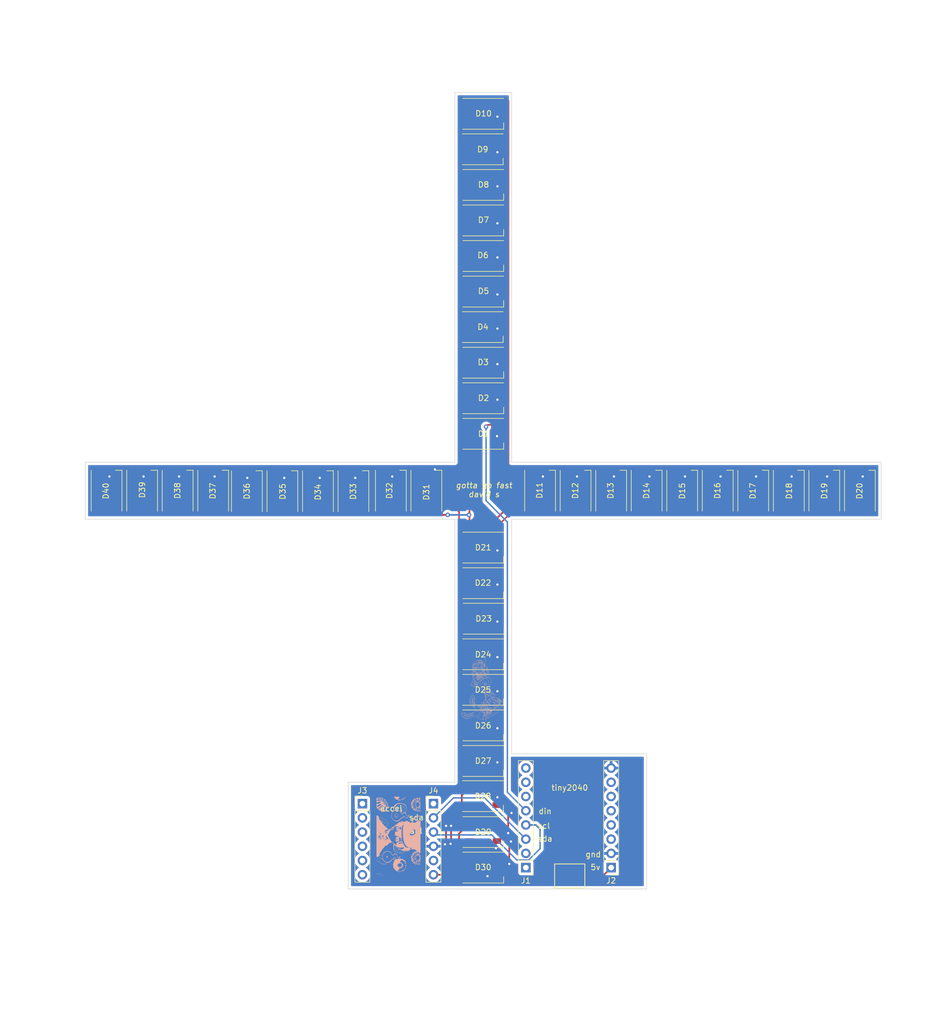
<source format=kicad_pcb>
(kicad_pcb (version 20211014) (generator pcbnew)
  (layers (0 "F.Cu" signal) (31 "B.Cu" signal) (34 "B.Paste" user) (35 "F.Paste" user) (36 "B.SilkS" user "B.Silkscreen") (37 "F.SilkS" user "F.Silkscreen") (38 "B.Mask" user) (39 "F.Mask" user) (44 "Edge.Cuts" user))
  (net 0 "")
  (net 1 "+5V")
  (net 2 "Net-(D1-Pad2)")
  (net 3 "Net-(D2-Pad2)")
  (net 4 "Net-(D3-Pad2)")
  (net 5 "Net-(D4-Pad2)")
  (net 6 "Net-(D5-Pad2)")
  (net 7 "Net-(D6-Pad2)")
  (net 8 "Net-(D7-Pad2)")
  (net 9 "Net-(D8-Pad2)")
  (net 10 "Net-(D10-Pad4)")
  (net 11 "dout1")
  (net 12 "Net-(D11-Pad2)")
  (net 13 "Net-(D12-Pad2)")
  (net 14 "Net-(D13-Pad2)")
  (net 15 "Net-(D14-Pad2)")
  (net 16 "Net-(D15-Pad2)")
  (net 17 "Net-(D16-Pad2)")
  (net 18 "Net-(D17-Pad2)")
  (net 19 "Net-(D18-Pad2)")
  (net 20 "Net-(D19-Pad2)")
  (net 21 "dout2")
  (net 22 "Net-(D21-Pad2)")
  (net 23 "Net-(D22-Pad2)")
  (net 24 "Net-(D23-Pad2)")
  (net 25 "Net-(D24-Pad2)")
  (net 26 "Net-(D25-Pad2)")
  (net 27 "Net-(D26-Pad2)")
  (net 28 "Net-(D27-Pad2)")
  (net 29 "Net-(D28-Pad2)")
  (net 30 "Net-(D29-Pad2)")
  (net 31 "dout3")
  (net 32 "Net-(D31-Pad2)")
  (net 33 "Net-(D32-Pad2)")
  (net 34 "Net-(D33-Pad2)")
  (net 35 "Net-(D34-Pad2)")
  (net 36 "Net-(D35-Pad2)")
  (net 37 "Net-(D36-Pad2)")
  (net 38 "Net-(D37-Pad2)")
  (net 39 "Net-(D38-Pad2)")
  (net 40 "Net-(D39-Pad2)")
  (net 58 "din")
  (net 59 "sda")
  (net 60 "scl")
  (net 61 "GND")
  (net 62 "+3V3")
  (footprint "LED_SMD:LED_WS2812B_PLCC4_5.0x5.0mm_P3.2mm" (layer "F.Cu") (at 151.13 133.35 90)
    (fp_text reference "D38")
    (fp_text value "WS2812B")
  )
  (footprint "LED_SMD:LED_WS2812B_PLCC4_5.0x5.0mm_P3.2mm" (layer "F.Cu") (at 138.43 133.35 90)
    (fp_text reference "D40")
    (fp_text value "WS2812B")
  )
  (footprint "Connector_PinHeader_2.54mm:PinHeader_1x08_P2.54mm_Vertical" (layer "F.Cu") (at 213.36 200.66 180)
    (fp_text reference "J1")
    (fp_text value "Conn_01x08_Female" hide)
  )
  (footprint "LED_SMD:LED_WS2812B_PLCC4_5.0x5.0mm_P3.2mm" (layer "F.Cu") (at 144.78 133.35 90)
    (fp_text reference "D39")
    (fp_text value "WS2812B")
  )
  (footprint "LED_SMD:LED_WS2812B_PLCC4_5.0x5.0mm_P3.2mm" (layer "F.Cu") (at 205.74 162.56)
    (fp_text reference "D24")
    (fp_text value "WS2812B")
  )
  (footprint "LED_SMD:LED_WS2812B_PLCC4_5.0x5.0mm_P3.2mm" (layer "F.Cu") (at 169.85 133.44 90)
    (fp_text reference "D35")
    (fp_text value "WS2812B")
  )
  (footprint "LED_SMD:LED_WS2812B_PLCC4_5.0x5.0mm_P3.2mm" (layer "F.Cu") (at 205.74 200.66)
    (fp_text reference "D30")
    (fp_text value "WS2812B")
  )
  (footprint "Connector_PinHeader_2.54mm:PinHeader_1x06_P2.54mm_Vertical" (layer "F.Cu") (at 184.15 189.23)
    (fp_text reference "J3")
    (fp_text value "Conn_01x06_Female" hide)
  )
  (footprint "LED_SMD:LED_WS2812B_PLCC4_5.0x5.0mm_P3.2mm" (layer "F.Cu") (at 205.74 97.79)
    (fp_text reference "D5")
    (fp_text value "WS2812B")
  )
  (footprint "LED_SMD:LED_WS2812B_PLCC4_5.0x5.0mm_P3.2mm" (layer "F.Cu") (at 247.65 133.35 90)
    (fp_text reference "D16")
    (fp_text value "WS2812B")
  )
  (footprint "LED_SMD:LED_WS2812B_PLCC4_5.0x5.0mm_P3.2mm" (layer "F.Cu") (at 205.74 85.09)
    (fp_text reference "D7")
    (fp_text value "WS2812B")
  )
  (footprint "LED_SMD:LED_WS2812B_PLCC4_5.0x5.0mm_P3.2mm" (layer "F.Cu") (at 205.74 168.91)
    (fp_text reference "D25")
    (fp_text value "WS2812B")
  )
  (footprint "LED_SMD:LED_WS2812B_PLCC4_5.0x5.0mm_P3.2mm" (layer "F.Cu") (at 205.7 187.9)
    (fp_text reference "D28")
    (fp_text value "WS2812B")
  )
  (footprint "LED_SMD:LED_WS2812B_PLCC4_5.0x5.0mm_P3.2mm" (layer "F.Cu") (at 234.95 133.35 90)
    (fp_text reference "D14")
    (fp_text value "WS2812B")
  )
  (footprint "LED_SMD:LED_WS2812B_PLCC4_5.0x5.0mm_P3.2mm" (layer "F.Cu") (at 205.74 110.49)
    (fp_text reference "D3")
    (fp_text value "WS2812B")
  )
  (footprint "LED_SMD:LED_WS2812B_PLCC4_5.0x5.0mm_P3.2mm" (layer "F.Cu") (at 266.7 133.35 90)
    (fp_text reference "D19")
    (fp_text value "WS2812B")
  )
  (footprint "LED_SMD:LED_WS2812B_PLCC4_5.0x5.0mm_P3.2mm" (layer "F.Cu") (at 195.58 133.35 90)
    (fp_text reference "D31")
    (fp_text value "WS2812B")
  )
  (footprint "LED_SMD:LED_WS2812B_PLCC4_5.0x5.0mm_P3.2mm" (layer "F.Cu") (at 241.3 133.35 90)
    (fp_text reference "D15")
    (fp_text value "WS2812B")
  )
  (footprint "LED_SMD:LED_WS2812B_PLCC4_5.0x5.0mm_P3.2mm" (layer "F.Cu") (at 182.55 133.44 90)
    (fp_text reference "D33")
    (fp_text value "WS2812B")
  )
  (footprint "LED_SMD:LED_WS2812B_PLCC4_5.0x5.0mm_P3.2mm" (layer "F.Cu") (at 228.6 133.35 90)
    (fp_text reference "D13")
    (fp_text value "WS2812B")
  )
  (footprint "LED_SMD:LED_WS2812B_PLCC4_5.0x5.0mm_P3.2mm" (layer "F.Cu") (at 163.5 133.44 90)
    (fp_text reference "D36")
    (fp_text value "WS2812B")
  )
  (footprint "LED_SMD:LED_WS2812B_PLCC4_5.0x5.0mm_P3.2mm" (layer "F.Cu") (at 205.74 143.51)
    (fp_text reference "D21")
    (fp_text value "WS2812B")
  )
  (footprint "LED_SMD:LED_WS2812B_PLCC4_5.0x5.0mm_P3.2mm" (layer "F.Cu") (at 205.74 78.74)
    (fp_text reference "D8")
    (fp_text value "WS2812B")
  )
  (footprint "LED_SMD:LED_WS2812B_PLCC4_5.0x5.0mm_P3.2mm" (layer "F.Cu") (at 205.74 149.86)
    (fp_text reference "D22")
    (fp_text value "WS2812B")
  )
  (footprint "LED_SMD:LED_WS2812B_PLCC4_5.0x5.0mm_P3.2mm" (layer "F.Cu") (at 260.35 133.35 90)
    (fp_text reference "D18")
    (fp_text value "WS2812B")
  )
  (footprint "LED_SMD:LED_WS2812B_PLCC4_5.0x5.0mm_P3.2mm" (layer "F.Cu") (at 176.2 133.44 90)
    (fp_text reference "D34")
    (fp_text value "WS2812B")
  )
  (footprint "LED_SMD:LED_WS2812B_PLCC4_5.0x5.0mm_P3.2mm" (layer "F.Cu") (at 205.65 104.14)
    (fp_text reference "D4")
    (fp_text value "WS2812B")
  )
  (footprint "LED_SMD:LED_WS2812B_PLCC4_5.0x5.0mm_P3.2mm" (layer "F.Cu") (at 205.65 72.39)
    (fp_text reference "D9")
    (fp_text value "WS2812B")
  )
  (footprint "Connector_PinHeader_2.54mm:PinHeader_1x06_P2.54mm_Vertical" (layer "F.Cu") (at 196.85 189.23)
    (fp_text reference "J4")
    (fp_text value "Conn_01x06_Female" hide)
  )
  (footprint "LED_SMD:LED_WS2812B_PLCC4_5.0x5.0mm_P3.2mm" (layer "F.Cu") (at 157.48 133.35 90)
    (fp_text reference "D37")
    (fp_text value "WS2812B")
  )
  (footprint "LED_SMD:LED_WS2812B_PLCC4_5.0x5.0mm_P3.2mm" (layer "F.Cu") (at 189.23 133.35 90)
    (fp_text reference "D32")
    (fp_text value "WS2812B")
  )
  (footprint "LED_SMD:LED_WS2812B_PLCC4_5.0x5.0mm_P3.2mm" (layer "F.Cu") (at 205.74 175.26)
    (fp_text reference "D26")
    (fp_text value "WS2812B")
  )
  (footprint "LED_SMD:LED_WS2812B_PLCC4_5.0x5.0mm_P3.2mm" (layer "F.Cu") (at 222.25 133.35 90)
    (fp_text reference "D12")
    (fp_text value "WS2812B")
  )
  (footprint "LED_SMD:LED_WS2812B_PLCC4_5.0x5.0mm_P3.2mm" (layer "F.Cu") (at 205.74 91.44)
    (fp_text reference "D6")
    (fp_text value "WS2812B")
  )
  (footprint "LED_SMD:LED_WS2812B_PLCC4_5.0x5.0mm_P3.2mm" (layer "F.Cu") (at 205.74 123.19)
    (fp_text reference "D1")
    (fp_text value "WS2812B")
  )
  (footprint "LED_SMD:LED_WS2812B_PLCC4_5.0x5.0mm_P3.2mm" (layer "F.Cu") (at 205.74 116.84)
    (fp_text reference "D2")
    (fp_text value "WS2812B")
  )
  (footprint "LED_SMD:LED_WS2812B_PLCC4_5.0x5.0mm_P3.2mm" (layer "F.Cu") (at 254 133.35 90)
    (fp_text reference "D17")
    (fp_text value "WS2812B")
  )
  (footprint "LED_SMD:LED_WS2812B_PLCC4_5.0x5.0mm_P3.2mm" (layer "F.Cu") (at 205.74 66.04)
    (fp_text reference "D10")
    (fp_text value "WS2812B")
  )
  (footprint "LED_SMD:LED_WS2812B_PLCC4_5.0x5.0mm_P3.2mm" (layer "F.Cu") (at 205.74 181.61)
    (fp_text reference "D27")
    (fp_text value "WS2812B")
  )
  (footprint "LED_SMD:LED_WS2812B_PLCC4_5.0x5.0mm_P3.2mm" (layer "F.Cu") (at 205.74 194.31)
    (fp_text reference "D29")
    (fp_text value "WS2812B")
  )
  (footprint "LED_SMD:LED_WS2812B_PLCC4_5.0x5.0mm_P3.2mm" (layer "F.Cu") (at 273.05 133.35 90)
    (fp_text reference "D20")
    (fp_text value "WS2812B")
  )
  (footprint "LED_SMD:LED_WS2812B_PLCC4_5.0x5.0mm_P3.2mm" (layer "F.Cu") (at 205.83 156.21)
    (fp_text reference "D23")
    (fp_text value "WS2812B")
  )
  (footprint "Connector_PinHeader_2.54mm:PinHeader_1x08_P2.54mm_Vertical" (layer "F.Cu") (at 228.6 200.66 180)
    (fp_text reference "J2")
    (fp_text value "Conn_01x08_Female" hide)
  )
  (footprint "LED_SMD:LED_WS2812B_PLCC4_5.0x5.0mm_P3.2mm" (layer "F.Cu") (at 215.9 133.35 90)
    (fp_text reference "D11")
    (fp_text value "WS2812B")
  )
  (footprint "LOGO" (layer "B.Cu") (at 190.6 195 90)
    (fp_text reference "G1" hide)
    (fp_text value "LOGO" hide)
  )
  (footprint "LOGO" (layer "B.Cu") (at 205.74 168.91 180)
    (fp_text reference "G2" hide)
    (fp_text value "LOGO" hide)
  )
  (gr_rect (start 218.5 200) (end 223.9 204.3) (layer "F.SilkS") (width 0.15) (fill none))
  (gr_line (start 276.86 128.27) (end 276.86 138.43) (layer "Edge.Cuts") (width 0.1))
  (gr_line (start 210.82 62.23) (end 210.82 128.27) (layer "Edge.Cuts") (width 0.1))
  (gr_line (start 210.82 128.27) (end 276.86 128.27) (layer "Edge.Cuts") (width 0.1))
  (gr_line (start 200.66 128.27) (end 200.66 62.23) (layer "Edge.Cuts") (width 0.1))
  (gr_line (start 200.66 138.43) (end 134.62 138.43) (layer "Edge.Cuts") (width 0.1))
  (gr_line (start 134.62 138.43) (end 134.62 128.27) (layer "Edge.Cuts") (width 0.1))
  (gr_line (start 181.61 204.47) (end 181.61 185.42) (layer "Edge.Cuts") (width 0.1))
  (gr_line (start 234.95 180.34) (end 234.95 204.47) (layer "Edge.Cuts") (width 0.1))
  (gr_line (start 200.66 180.34) (end 200.66 138.43) (layer "Edge.Cuts") (width 0.1))
  (gr_line (start 200.66 62.23) (end 210.82 62.23) (layer "Edge.Cuts") (width 0.1))
  (gr_line (start 234.95 204.47) (end 200.66 204.47) (layer "Edge.Cuts") (width 0.1))
  (gr_line (start 210.82 180.34) (end 234.95 180.34) (layer "Edge.Cuts") (width 0.1))
  (gr_line (start 200.66 204.47) (end 181.61 204.47) (layer "Edge.Cuts") (width 0.1))
  (gr_line (start 210.82 138.43) (end 210.82 180.34) (layer "Edge.Cuts") (width 0.1))
  (gr_line (start 181.61 185.42) (end 200.66 185.42) (layer "Edge.Cuts") (width 0.1))
  (gr_line (start 134.62 128.27) (end 200.66 128.27) (layer "Edge.Cuts") (width 0.1))
  (gr_line (start 276.86 138.43) (end 210.82 138.43) (layer "Edge.Cuts") (width 0.1))
  (gr_line (start 200.66 185.42) (end 200.66 180.34) (layer "Edge.Cuts") (width 0.1))
  (gr_text "5v" (at 225.8 200.6) (layer "F.SilkS") (effects (font (size 1 1))))
  (gr_text "accel" (at 189.3 190.1) (layer "F.SilkS") (effects (font (size 1 1))))
  (gr_text "din" (at 216.8 190.6) (layer "F.SilkS") (effects (font (size 1 1))))
  (gr_text "gotta go fast\ndavid s" (at 205.9 133.2) (layer "F.SilkS") (effects (font (size 1 1) (thickness 0.15) italic)))
  (gr_text "scl" (at 216.6 193.2) (layer "F.SilkS") (effects (font (size 1 1))))
  (gr_text "sda" (at 193.8 191.7) (layer "F.SilkS") (effects (font (size 1 1))))
  (gr_text "scl" (at 193.8 194.1) (layer "F.SilkS") (effects (font (size 1 1))))
  (gr_text "gnd" (at 225.4 198.3) (layer "F.SilkS") (effects (font (size 1 1))))
  (gr_text "tiny2040" (at 221.2 186.4) (layer "F.SilkS") (effects (font (size 1 1))))
  (gr_text "sda" (at 216.8 195.5) (layer "F.SilkS") (effects (font (size 1 1))))
  (segment (start 214.3 135.8) (end 215.72548 137.22548) (width 0.3) (layer "F.Cu") (net 1))
  (segment (start 246.05 136.05) (end 247.22548 137.22548) (width 0.3) (layer "F.Cu") (net 1))
  (segment (start 203.29 96.19) (end 202.190489 95.090489) (width 0.3) (layer "F.Cu") (net 1))
  (segment (start 202.190489 78.239511) (end 203.29 77.14) (width 0.3) (layer "F.Cu") (net 1))
  (segment (start 265.1 135.8) (end 266.52548 137.22548) (width 0.3) (layer "F.Cu") (net 1))
  (segment (start 246.05 135.8) (end 246.05 136.05) (width 0.3) (layer "F.Cu") (net 1))
  (segment (start 157.28 137.2) (end 155.88 135.8) (width 0.3) (layer "F.Cu") (net 1))
  (segment (start 202.190489 88.740489) (end 202.190489 84.589511) (width 0.3) (layer "F.Cu") (net 1))
  (segment (start 186.13 137.3) (end 182.36 137.3) (width 0.3) (layer "F.Cu") (net 1))
  (segment (start 202.190489 82.390489) (end 202.190489 78.239511) (width 0.3) (layer "F.Cu") (net 1))
  (segment (start 203.29 186.36) (end 202.08 185.15) (width 0.3) (layer "F.Cu") (net 1))
  (segment (start 250.97452 137.22548) (end 252.4 135.8) (width 0.3) (layer "F.Cu") (net 1))
  (segment (start 203.29 141.91) (end 204.546 141.91) (width 0.3) (layer "F.Cu") (net 1))
  (segment (start 204.546 141.91) (end 210.656 135.8) (width 0.3) (layer "F.Cu") (net 1))
  (segment (start 202 143.2) (end 203.29 141.91) (width 0.3) (layer "F.Cu") (net 1))
  (segment (start 225.57452 137.22548) (end 227 135.8) (width 0.3) (layer "F.Cu") (net 1))
  (segment (start 202.2 155.79) (end 203.38 154.61) (width 0.3) (layer "F.Cu") (net 1))
  (segment (start 270.02452 137.22548) (end 271.45 135.8) (width 0.3) (layer "F.Cu") (net 1))
  (segment (start 220.65 135.8) (end 220.65 136.05) (width 0.3) (layer "F.Cu") (net 1))
  (segment (start 202 178.72) (end 202 174.95) (width 0.3) (layer "F.Cu") (net 1))
  (segment (start 227 135.8) (end 227 136.9) (width 0.3) (layer "F.Cu") (net 1))
  (segment (start 202.190489 84.589511) (end 203.29 83.49) (width 0.3) (layer "F.Cu") (net 1))
  (segment (start 150.93 137.2) (end 149.53 135.8) (width 0.3) (layer "F.Cu") (net 1))
  (segment (start 220.65 136.05) (end 221.82548 137.22548) (width 0.3) (layer "F.Cu") (net 1))
  (segment (start 227 136.9) (end 227.32548 137.22548) (width 0.3) (layer "F.Cu") (net 1))
  (segment (start 203.29 167.31) (end 202 166.02) (width 0.3) (layer "F.Cu") (net 1))
  (segment (start 203.29 148.26) (end 202 146.97) (width 0.3) (layer "F.Cu") (net 1))
  (segment (start 169.66 137.3) (end 168.25 135.89) (width 0.3) (layer "F.Cu") (net 1))
  (segment (start 192.48 137.3) (end 193.98 135.8) (width 0.3) (layer "F.Cu") (net 1))
  (segment (start 202 172.37) (end 202 168.6) (width 0.3) (layer "F.Cu") (net 1))
  (segment (start 148.13 137.2) (end 144.58 137.2) (width 0.3) (layer "F.Cu") (net 1))
  (segment (start 144.58 137.2) (end 143.18 135.8) (width 0.3) (layer "F.Cu") (net 1))
  (segment (start 203.29 180.01) (end 202 178.72) (width 0.3) (layer "F.Cu") (net 1))
  (segment (start 202 122.88) (end 203.29 121.59) (width 0.3) (layer "F.Cu") (net 1))
  (segment (start 202 174.95) (end 203.29 173.66) (width 0.3) (layer "F.Cu") (net 1))
  (segment (start 160.59 137.2) (end 157.28 137.2) (width 0.3) (layer "F.Cu") (net 1))
  (segment (start 203.29 199.06) (end 201.422 197.192) (width 0.3) (layer "F.Cu") (net 1))
  (segment (start 226.568 202.692) (end 228.6 200.66) (width 0.3) (layer "F.Cu") (net 1))
  (segment (start 154.48 137.2) (end 150.93 137.2) (width 0.3) (layer "F.Cu") (net 1))
  (segment (start 163.31 137.3) (end 161.9 135.89) (width 0.3) (layer "F.Cu") (net 1))
  (segment (start 259.92548 137.22548) (end 263.67452 137.22548) (width 0.3) (layer "F.Cu") (net 1))
  (segment (start 141.78 137.2) (end 138.23 137.2) (width 0.3) (layer "F.Cu") (net 1))
  (segment (start 258.75 135.8) (end 258.75 136.05) (width 0.3) (layer "F.Cu") (net 1))
  (segment (start 239.7 135.8) (end 241.12548 137.22548) (width 0.3) (layer "F.Cu") (net 1))
  (segment (start 202.190489 120.490489) (end 202.190489 116.339511) (width 0.3) (layer "F.Cu") (net 1))
  (segment (start 203.2 137.668) (end 203.2 137.34) (width 0.3) (layer "F.Cu") (net 1))
  (segment (start 208.582 200.2) (end 211.074 202.692) (width 0.3) (layer "F.Cu") (net 1))
  (segment (start 202 168.6) (end 203.29 167.31) (width 0.3) (layer "F.Cu") (net 1))
  (segment (start 201.91 191.33) (end 201.91 187.74) (width 0.3) (layer "F.Cu") (net 1))
  (segment (start 149.53 135.8) (end 148.13 137.2) (width 0.3) (layer "F.Cu") (net 1))
  (segment (start 203.29 83.49) (end 202.190489 82.390489) (width 0.3) (layer "F.Cu") (net 1))
  (segment (start 203.38 154.61) (end 202 153.23) (width 0.3) (layer "F.Cu") (net 1))
  (segment (start 202.190489 109.989511) (end 203.29 108.89) (width 0.3) (layer "F.Cu") (net 1))
  (segment (start 202 135.198) (end 202 122.88) (width 0.3) (layer "F.Cu") (net 1))
  (segment (start 155.88 135.8) (end 154.48 137.2) (width 0.3) (layer "F.Cu") (net 1))
  (segment (start 219.22452 137.22548) (end 220.65 135.8) (width 0.3) (layer "F.Cu") (net 1))
  (segment (start 199.39 137.668) (end 195.848 137.668) (width 0.3) (layer "F.Cu") (net 1))
  (segment (start 180.95 135.89) (end 179.54 137.3) (width 0.3) (layer "F.Cu") (net 1))
  (segment (start 203.29 141.91) (end 203.29 137.25) (width 0.3) (layer "F.Cu") (net 1))
  (segment (start 202.100489 71.889511) (end 203.2 70.79) (width 0.3) (layer "F.Cu") (net 1))
  (segment (start 234.52548 137.22548) (end 238.27452 137.22548) (width 0.3) (layer "F.Cu") (net 1))
  (segment (start 200.42 201.93) (end 203.29 199.06) (width 0.3) (layer "F.Cu") (net 1))
  (segment (start 202.100489 107.700489) (end 202.100489 103.639511) (width 0.3) (layer "F.Cu") (net 1))
  (segment (start 203.29 108.89) (end 202.100489 107.700489) (width 0.3) (layer "F.Cu") (net 1))
  (segment (start 204.43 200.2) (end 208.582 200.2) (width 0.3) (layer "F.Cu") (net 1))
  (segment (start 196.85 201.93) (end 200.42 201.93) (width 0.3) (layer "F.Cu") (net 1))
  (segment (start 202 162.25) (end 203.29 160.96) (width 0.3) (layer "F.Cu") (net 1))
  (segment (start 215.72548 137.22548) (end 219.22452 137.22548) (width 0.3) (layer "F.Cu") (net 1))
  (segment (start 176.01 137.3) (end 174.6 135.89) (width 0.3) (layer "F.Cu") (net 1))
  (segment (start 138.23 137.2) (end 136.83 135.8) (width 0.3) (layer "F.Cu") (net 1))
  (segment (start 203.29 121.59) (end 202.190489 120.490489) (width 0.3) (layer "F.Cu") (net 1))
  (segment (start 203.29 173.66) (end 202 172.37) (width 0.3) (layer "F.Cu") (net 1))
  (segment (start 201.422 194.578) (end 203.29 192.71) (width 0.3) (layer "F.Cu") (net 1))
  (segment (start 258.75 136.05) (end 259.92548 137.22548) (width 0.3) (layer "F.Cu") (net 1))
  (segment (start 257.32452 137.22548) (end 258.75 135.8) (width 0.3) (layer "F.Cu") (net 1))
  (segment (start 187.63 135.8) (end 189.13 137.3) (width 0.3) (layer "F.Cu") (net 1))
  (segment (start 202.190489 95.090489) (end 202.190489 90.939511) (width 0.3) (layer "F.Cu") (net 1))
  (segment (start 202.190489 114.140489) (end 202.190489 109.989511) (width 0.3) (layer "F.Cu") (net 1))
  (segment (start 202.190489 116.339511) (end 203.29 115.24) (width 0.3) (layer "F.Cu") (net 1))
  (segment (start 231.92452 137.22548) (end 233.35 135.8) (width 0.3) (layer "F.Cu") (net 1))
  (segment (start 233.35 135.8) (end 233.35 136.05) (width 0.3) (layer "F.Cu") (net 1))
  (segment (start 182.36 137.3) (end 180.95 135.89) (width 0.3) (layer "F.Cu") (net 1))
  (segment (start 168.25 135.89) (end 166.84 137.3) (width 0.3) (layer "F.Cu") (net 1))
  (segment (start 202.100489 75.950489) (end 202.100489 71.889511) (width 0.3) (layer "F.Cu") (net 1))
  (segment (start 252.4 135.8) (end 253.82548 137.22548) (width 0.3) (layer "F.Cu") (net 1))
  (segment (start 211.074 202.692) (end 226.568 202.692) (width 0.3) (layer "F.Cu") (net 1))
  (segment (start 203.29 192.71) (end 201.91 191.33) (width 0.3) (layer "F.Cu") (net 1))
  (segment (start 201.422 197.192) (end 201.422 194.578) (width 0.3) (layer "F.Cu") (net 1))
  (segment (start 202.190489 97.289511) (end 203.29 96.19) (width 0.3) (layer "F.Cu") (net 1))
  (segment (start 173.19 137.3) (end 169.66 137.3) (width 0.3) (layer "F.Cu") (net 1))
  (segment (start 203.2 70.79) (end 202.190489 69.780489) (width 0.3) (layer "F.Cu") (net 1))
  (segment (start 227.32548 137.22548) (end 231.92452 137.22548) (width 0.3) (layer "F.Cu") (net 1))
  (segment (start 202.100489 103.639511) (end 203.2 102.54) (width 0.3) (layer "F.Cu") (net 1))
  (segment (start 161.9 135.89) (end 160.59 137.2) (width 0.3) (layer "F.Cu") (net 1))
  (segment (start 179.54 137.3) (end 176.01 137.3) (width 0.3) (layer "F.Cu") (net 1))
  (segment (start 263.67452 137.22548) (end 265.1 135.8) (width 0.3) (layer "F.Cu") (net 1))
  (segment (start 202.190489 90.939511) (end 203.29 89.84) (width 0.3) (layer "F.Cu") (net 1))
  (segment (start 202 166.02) (end 202 162.25) (width 0.3) (layer "F.Cu") (net 1))
  (segment (start 202 149.55) (end 203.29 148.26) (width 0.3) (layer "F.Cu") (net 1))
  (segment (start 203.2 137.34) (end 203.29 137.25) (width 0.3) (layer "F.Cu") (net 1))
  (segment (start 238.27452 137.22548) (end 239.7 135.8) (width 0.3) (layer "F.Cu") (net 1))
  (segment (start 202.190489 65.539511) (end 203.29 64.44) (width 0.3) (layer "F.Cu") (net 1))
  (segment (start 202.08 185.15) (end 202.08 181.22) (width 0.3) (layer "F.Cu") (net 1))
  (segment (start 203.29 136.488) (end 202 135.198) (width 0.3) (layer "F.Cu") (net 1))
  (segment (start 187.63 135.8) (end 186.13 137.3) (width 0.3) (layer "F.Cu") (net 1))
  (segment (start 166.84 137.3) (end 163.31 137.3) (width 0.3) (layer "F.Cu") (net 1))
  (segment (start 253.82548 137.22548) (end 257.32452 137.22548) (width 0.3) (layer "F.Cu") (net 1))
  (segment (start 202.190489 101.530489) (end 202.190489 97.289511) (width 0.3) (layer "F.Cu") (net 1))
  (segment (start 203.29 160.96) (end 202.2 159.87) (width 0.3) (layer "F.Cu") (net 1))
  (segment (start 203.29 199.06) (end 204.43 200.2) (width 0.3) (layer "F.Cu") (net 1))
  (segment (start 203.29 115.24) (end 202.190489 114.140489) (width 0.3) (layer "F.Cu") (net 1))
  (segment (start 174.6 135.89) (end 173.19 137.3) (width 0.3) (layer "F.Cu") (net 1))
  (segment (start 266.52548 137.22548) (end 270.02452 137.22548) (width 0.3) (layer "F.Cu") (net 1))
  (segment (start 203.2 102.54) (end 202.190489 101.530489) (width 0.3) (layer "F.Cu") (net 1))
  (segment (start 202 146.97) (end 202 143.2) (width 0.3) (layer "F.Cu") (net 1))
  (segment (start 195.848 137.668) (end 193.98 135.8) (width 0.3) (layer "F.Cu") (net 1))
  (segment (start 203.29 89.84) (end 202.190489 88.740489) (width 0.3) (layer "F.Cu") (net 1))
  (segment (start 202.08 181.22) (end 203.29 180.01) (width 0.3) (layer "F.Cu") (net 1))
  (segment (start 210.656 135.8) (end 214.3 135.8) (width 0.3) (layer "F.Cu") (net 1))
  (segment (start 203.29 77.14) (end 202.100489 75.950489) (width 0.3) (layer "F.Cu") (net 1))
  (segment (start 221.82548 137.22548) (end 225.57452 137.22548) (width 0.3) (layer "F.Cu") (net 1))
  (segment (start 233.35 136.05) (end 234.52548 137.22548) (width 0.3) (layer "F.Cu") (net 1))
  (segment (start 203.29 137.25) (end 203.29 136.488) (width 0.3) (layer "F.Cu") (net 1))
  (segment (start 202.190489 69.780489) (end 202.190489 65.539511) (width 0.3) (layer "F.Cu") (net 1))
  (segment (start 247.22548 137.22548) (end 250.97452 137.22548) (width 0.3) (layer "F.Cu") (net 1))
  (segment (start 241.12548 137.22548) (end 244.62452 137.22548) (width 0.3) (layer "F.Cu") (net 1))
  (segment (start 143.18 135.8) (end 141.78 137.2) (width 0.3) (layer "F.Cu") (net 1))
  (segment (start 202 153.23) (end 202 149.55) (width 0.3) (layer "F.Cu") (net 1))
  (segment (start 202.2 159.87) (end 202.2 155.79) (width 0.3) (layer "F.Cu") (net 1))
  (segment (start 201.91 187.74) (end 203.29 186.36) (width 0.3) (layer "F.Cu") (net 1))
  (segment (start 189.13 137.3) (end 192.48 137.3) (width 0.3) (layer "F.Cu") (net 1))
  (segment (start 244.62452 137.22548) (end 246.05 135.8) (width 0.3) (layer "F.Cu") (net 1))
  (via (at 199.39 137.668) (size 0.8) (drill 0.4) (layers "F.Cu" "B.Cu") (net 1))
  (via (at 203.2 137.668) (size 0.8) (drill 0.4) (layers "F.Cu" "B.Cu") (net 1))
  (segment (start 203.2 137.668) (end 199.39 137.668) (width 0.3) (layer "B.Cu") (net 1))
  (segment (start 204.5 123.58) (end 204.5 119.2) (width 0.25) (layer "F.Cu") (net 2))
  (segment (start 208.19 115.51) (end 208.19 115.24) (width 0.25) (layer "F.Cu") (net 2))
  (segment (start 204.5 119.2) (end 208.19 115.51) (width 0.25) (layer "F.Cu") (net 2))
  (segment (start 203.29 124.79) (end 204.5 123.58) (width 0.25) (layer "F.Cu") (net 2))
  (segment (start 204.364511 112.715489) (end 208.19 108.89) (width 0.25) (layer "F.Cu") (net 3))
  (segment (start 204.364511 117.365489) (end 204.364511 112.715489) (width 0.25) (layer "F.Cu") (net 3))
  (segment (start 203.29 118.44) (end 204.364511 117.365489) (width 0.25) (layer "F.Cu") (net 3))
  (segment (start 207.025489 108.354511) (end 207.025489 103.614511) (width 0.25) (layer "F.Cu") (net 4))
  (segment (start 207.025489 103.614511) (end 208.1 102.54) (width 0.25) (layer "F.Cu") (net 4))
  (segment (start 203.29 112.09) (end 207.025489 108.354511) (width 0.25) (layer "F.Cu") (net 4))
  (segment (start 207.025489 101.914511) (end 207.025489 97.354511) (width 0.25) (layer "F.Cu") (net 5))
  (segment (start 207.025489 97.354511) (end 208.19 96.19) (width 0.25) (layer "F.Cu") (net 5))
  (segment (start 203.2 105.74) (end 207.025489 101.914511) (width 0.25) (layer "F.Cu") (net 5))
  (segment (start 207.115489 90.914511) (end 208.19 89.84) (width 0.25) (layer "F.Cu") (net 6))
  (segment (start 207.115489 95.564511) (end 207.115489 90.914511) (width 0.25) (layer "F.Cu") (net 6))
  (segment (start 203.29 99.39) (end 207.115489 95.564511) (width 0.25) (layer "F.Cu") (net 6))
  (segment (start 207.115489 84.564511) (end 208.19 83.49) (width 0.25) (layer "F.Cu") (net 7))
  (segment (start 203.29 93.04) (end 203.29 92.29) (width 0.25) (layer "F.Cu") (net 7))
  (segment (start 203.29 92.29) (end 207.115489 88.464511) (width 0.25) (layer "F.Cu") (net 7))
  (segment (start 207.115489 88.464511) (end 207.115489 84.564511) (width 0.25) (layer "F.Cu") (net 7))
  (segment (start 207.115489 78.214511) (end 208.19 77.14) (width 0.25) (layer "F.Cu") (net 8))
  (segment (start 207.115489 82.864511) (end 207.115489 78.214511) (width 0.25) (layer "F.Cu") (net 8))
  (segment (start 203.29 86.69) (end 207.115489 82.864511) (width 0.25) (layer "F.Cu") (net 8))
  (segment (start 203.29 78.904) (end 207.025489 75.168511) (width 0.25) (layer "F.Cu") (net 9))
  (segment (start 207.025489 75.168511) (end 207.025489 71.864511) (width 0.25) (layer "F.Cu") (net 9))
  (segment (start 203.29 80.34) (end 203.29 78.904) (width 0.25) (layer "F.Cu") (net 9))
  (segment (start 207.025489 71.864511) (end 208.1 70.79) (width 0.25) (layer "F.Cu") (net 9))
  (segment (start 207.025489 65.604511) (end 208.19 64.44) (width 0.25) (layer "F.Cu") (net 10))
  (segment (start 207.025489 70.164511) (end 207.025489 65.604511) (width 0.25) (layer "F.Cu") (net 10))
  (segment (start 203.2 73.99) (end 207.025489 70.164511) (width 0.25) (layer "F.Cu") (net 10))
  (segment (start 203.29 67.440978) (end 207.230978 63.5) (width 0.25) (layer "F.Cu") (net 11))
  (segment (start 203.29 67.64) (end 203.29 67.440978) (width 0.25) (layer "F.Cu") (net 11))
  (segment (start 210.274511 130.264511) (end 210.91 130.9) (width 0.25) (layer "F.Cu") (net 11))
  (segment (start 207.230978 63.5) (end 210.058 63.5) (width 0.25) (layer "F.Cu") (net 11))
  (segment (start 210.058 63.5) (end 210.274511 63.716511) (width 0.25) (layer "F.Cu") (net 11))
  (segment (start 210.91 130.9) (end 214.3 130.9) (width 0.25) (layer "F.Cu") (net 11))
  (segment (start 210.274511 63.716511) (end 210.274511 130.264511) (width 0.25) (layer "F.Cu") (net 11))
  (segment (start 217.5 134.05) (end 220.65 130.9) (width 0.25) (layer "F.Cu") (net 12))
  (segment (start 217.5 135.8) (end 217.5 134.05) (width 0.25) (layer "F.Cu") (net 12))
  (segment (start 223.85 134.05) (end 227 130.9) (width 0.25) (layer "F.Cu") (net 13))
  (segment (start 223.85 135.8) (end 223.85 134.05) (width 0.25) (layer "F.Cu") (net 13))
  (segment (start 230.2 134.05) (end 233.35 130.9) (width 0.25) (layer "F.Cu") (net 14))
  (segment (start 230.2 135.8) (end 230.2 134.05) (width 0.25) (layer "F.Cu") (net 14))
  (segment (start 236.55 134.05) (end 239.7 130.9) (width 0.25) (layer "F.Cu") (net 15))
  (segment (start 236.55 135.8) (end 236.55 134.05) (width 0.25) (layer "F.Cu") (net 15))
  (segment (start 242.9 134.05) (end 246.05 130.9) (width 0.25) (layer "F.Cu") (net 16))
  (segment (start 242.9 135.8) (end 242.9 134.05) (width 0.25) (layer "F.Cu") (net 16))
  (segment (start 249.25 134.05) (end 252.4 130.9) (width 0.25) (layer "F.Cu") (net 17))
  (segment (start 249.25 135.8) (end 249.25 134.05) (width 0.25) (layer "F.Cu") (net 17))
  (segment (start 255.6 134.05) (end 258.75 130.9) (width 0.25) (layer "F.Cu") (net 18))
  (segment (start 255.6 135.8) (end 255.6 134.05) (width 0.25) (layer "F.Cu") (net 18))
  (segment (start 261.95 134.05) (end 265.1 130.9) (width 0.25) (layer "F.Cu") (net 19))
  (segment (start 261.95 135.8) (end 261.95 134.05) (width 0.25) (layer "F.Cu") (net 19))
  (segment (start 268.3 134.05) (end 271.45 130.9) (width 0.25) (layer "F.Cu") (net 20))
  (segment (start 268.3 135.8) (end 268.3 134.05) (width 0.25) (layer "F.Cu") (net 20))
  (segment (start 272.75 137.7) (end 210.28 137.7) (width 0.25) (layer "F.Cu") (net 21))
  (segment (start 208.19 139.79) (end 208.19 141.91) (width 0.25) (layer "F.Cu") (net 21))
  (segment (start 210.28 137.7) (end 208.19 139.79) (width 0.25) (layer "F.Cu") (net 21))
  (segment (start 274.65 135.8) (end 272.75 137.7) (width 0.25) (layer "F.Cu") (net 21))
  (segment (start 203.29 145.11) (end 205.04 145.11) (width 0.25) (layer "F.Cu") (net 22))
  (segment (start 205.04 145.11) (end 208.19 148.26) (width 0.25) (layer "F.Cu") (net 22))
  (segment (start 203.29 151.46) (end 205.13 151.46) (width 0.25) (layer "F.Cu") (net 23))
  (segment (start 205.13 151.46) (end 208.28 154.61) (width 0.25) (layer "F.Cu") (net 23))
  (segment (start 205.04 157.81) (end 208.19 160.96) (width 0.25) (layer "F.Cu") (net 24))
  (segment (start 203.38 157.81) (end 205.04 157.81) (width 0.25) (layer "F.Cu") (net 24))
  (segment (start 203.29 164.16) (end 205.04 164.16) (width 0.25) (layer "F.Cu") (net 25))
  (segment (start 205.04 164.16) (end 208.19 167.31) (width 0.25) (layer "F.Cu") (net 25))
  (segment (start 203.29 170.51) (end 205.04 170.51) (width 0.25) (layer "F.Cu") (net 26))
  (segment (start 205.04 170.51) (end 208.19 173.66) (width 0.25) (layer "F.Cu") (net 26))
  (segment (start 205.04 176.86) (end 208.19 180.01) (width 0.25) (layer "F.Cu") (net 27))
  (segment (start 203.29 176.86) (end 205.04 176.86) (width 0.25) (layer "F.Cu") (net 27))
  (segment (start 205.04 183.21) (end 208.19 186.36) (width 0.25) (layer "F.Cu") (net 28))
  (segment (start 203.29 183.21) (end 205.04 183.21) (width 0.25) (layer "F.Cu") (net 28))
  (segment (start 205.04 189.56) (end 208.19 192.71) (width 0.25) (layer "F.Cu") (net 29))
  (segment (start 203.29 189.56) (end 205.04 189.56) (width 0.25) (layer "F.Cu") (net 29))
  (segment (start 205.04 195.91) (end 208.19 199.06) (width 0.25) (layer "F.Cu") (net 30))
  (segment (start 203.29 195.91) (end 205.04 195.91) (width 0.25) (layer "F.Cu") (net 30))
  (segment (start 202.096 203.454) (end 193.548 203.454) (width 0.25) (layer "F.Cu") (net 31))
  (segment (start 192.278 188.976) (end 194.564 186.69) (width 0.25) (layer "F.Cu") (net 31))
  (segment (start 194.564 186.69) (end 200.66 186.69) (width 0.25) (layer "F.Cu") (net 31))
  (segment (start 195.162 130.9) (end 193.98 130.9) (width 0.25) (layer "F.Cu") (net 31))
  (segment (start 200.66 186.69) (end 201.422 185.928) (width 0.25) (layer "F.Cu") (net 31))
  (segment (start 203.29 202.26) (end 202.096 203.454) (width 0.25) (layer "F.Cu") (net 31))
  (segment (start 201.422 185.928) (end 201.422 137.16) (width 0.25) (layer "F.Cu") (net 31))
  (segment (start 192.278 202.184) (end 192.278 188.976) (width 0.25) (layer "F.Cu") (net 31))
  (segment (start 193.548 203.454) (end 192.278 202.184) (width 0.25) (layer "F.Cu") (net 31))
  (segment (start 201.422 137.16) (end 195.162 130.9) (width 0.25) (layer "F.Cu") (net 31))
  (segment (start 193.68 132.3) (end 197.18 135.8) (width 0.25) (layer "F.Cu") (net 32))
  (segment (start 189.03 132.3) (end 193.68 132.3) (width 0.25) (layer "F.Cu") (net 32))
  (segment (start 187.63 130.9) (end 189.03 132.3) (width 0.25) (layer "F.Cu") (net 32))
  (segment (start 187.23 132.2) (end 182.16 132.2) (width 0.25) (layer "F.Cu") (net 33))
  (segment (start 182.16 132.2) (end 180.95 130.99) (width 0.25) (layer "F.Cu") (net 33))
  (segment (start 190.83 135.8) (end 187.23 132.2) (width 0.25) (layer "F.Cu") (net 33))
  (segment (start 175.91 132.3) (end 174.6 130.99) (width 0.25) (layer "F.Cu") (net 34))
  (segment (start 184.15 135.89) (end 180.56 132.3) (width 0.25) (layer "F.Cu") (net 34))
  (segment (start 180.56 132.3) (end 175.91 132.3) (width 0.25) (layer "F.Cu") (net 34))
  (segment (start 177.8 135.89) (end 176.51 134.6) (width 0.25) (layer "F.Cu") (net 35))
  (segment (start 171.86 134.6) (end 168.25 130.99) (width 0.25) (layer "F.Cu") (net 35))
  (segment (start 176.51 134.6) (end 171.86 134.6) (width 0.25) (layer "F.Cu") (net 35))
  (segment (start 171.45 135.89) (end 170.16 134.6) (width 0.25) (layer "F.Cu") (net 36))
  (segment (start 170.16 134.6) (end 165.51 134.6) (width 0.25) (layer "F.Cu") (net 36))
  (segment (start 165.51 134.6) (end 161.9 130.99) (width 0.25) (layer "F.Cu") (net 36))
  (segment (start 159.48 134.5) (end 155.88 130.9) (width 0.25) (layer "F.Cu") (net 37))
  (segment (start 163.71 134.5) (end 159.48 134.5) (width 0.25) (layer "F.Cu") (net 37))
  (segment (start 165.1 135.89) (end 163.71 134.5) (width 0.25) (layer "F.Cu") (net 37))
  (segment (start 158.005489 134.725489) (end 154.025489 134.725489) (width 0.25) (layer "F.Cu") (net 38))
  (segment (start 154.025489 134.725489) (end 150.2 130.9) (width 0.25) (layer "F.Cu") (net 38))
  (segment (start 159.08 135.8) (end 158.005489 134.725489) (width 0.25) (layer "F.Cu") (net 38))
  (segment (start 150.2 130.9) (end 149.53 130.9) (width 0.25) (layer "F.Cu") (net 38))
  (segment (start 151.43 134.5) (end 146.78 134.5) (width 0.25) (layer "F.Cu") (net 39))
  (segment (start 146.78 134.5) (end 143.18 130.9) (width 0.25) (layer "F.Cu") (net 39))
  (segment (start 152.73 135.8) (end 151.43 134.5) (width 0.25) (layer "F.Cu") (net 39))
  (segment (start 146.38 135.8) (end 145.18 134.6) (width 0.25) (layer "F.Cu") (net 40))
  (segment (start 140.53 134.6) (end 136.83 130.9) (width 0.25) (layer "F.Cu") (net 40))
  (segment (start 145.18 134.6) (end 140.53 134.6) (width 0.25) (layer "F.Cu") (net 40))
  (segment (start 206.578 121.59) (end 208.19 121.59) (width 0.25) (layer "F.Cu") (net 58))
  (segment (start 206.248 121.92) (end 206.578 121.59) (width 0.25) (layer "F.Cu") (net 58))
  (via (at 206.248 121.92) (size 0.8) (drill 0.4) (layers "F.Cu" "B.Cu") (net 58))
  (segment (start 210.058 138.938) (end 210.058 187.198) (width 0.25) (layer "B.Cu") (net 58))
  (segment (start 206.248 135.128) (end 210.058 138.938) (width 0.25) (layer "B.Cu") (net 58))
  (segment (start 210.058 187.198) (end 213.36 190.5) (width 0.25) (layer "B.Cu") (net 58))
  (segment (start 206.248 121.92) (end 206.248 135.128) (width 0.25) (layer "B.Cu") (net 58))
  (segment (start 205.994 188.214) (end 213.36 195.58) (width 0.25) (layer "B.Cu") (net 59))
  (segment (start 196.85 191.77) (end 200.406 188.214) (width 0.25) (layer "B.Cu") (net 59))
  (segment (start 200.406 188.214) (end 205.994 188.214) (width 0.25) (layer "B.Cu") (net 59))
  (segment (start 197.358 194.818) (end 207.255386 194.818) (width 0.25) (layer "B.Cu") (net 60))
  (segment (start 215.9 193.802) (end 215.138 193.04) (width 0.3) (layer "B.Cu") (net 60))
  (segment (start 196.85 194.31) (end 197.358 194.818) (width 0.25) (layer "B.Cu") (net 60))
  (segment (start 207.255386 194.818) (end 211.731897 199.294511) (width 0.25) (layer "B.Cu") (net 60))
  (segment (start 211.731897 199.294511) (end 213.881855 199.294511) (width 0.25) (layer "B.Cu") (net 60))
  (segment (start 215.138 193.04) (end 213.36 193.04) (width 0.3) (layer "B.Cu") (net 60))
  (segment (start 215.9 197.276366) (end 215.9 193.802) (width 0.25) (layer "B.Cu") (net 60))
  (segment (start 213.881855 199.294511) (end 215.9 197.276366) (width 0.25) (layer "B.Cu") (net 60))
  (segment (start 208.19 91.784) (end 208.28 91.694) (width 0.3) (layer "F.Cu") (net 61))
  (segment (start 208.19 79.084) (end 208.28 78.994) (width 0.3) (layer "F.Cu") (net 61))
  (segment (start 184.15 130.99) (end 182.954 130.99) (width 0.3) (layer "F.Cu") (net 61))
  (segment (start 208.15 188.23) (end 208.28 188.1) (width 0.3) (layer "F.Cu") (net 61))
  (segment (start 268.3 130.9) (end 267.298 130.9) (width 0.3) (layer "F.Cu") (net 61))
  (segment (start 208.19 145.11) (end 208.19 144.108) (width 0.3) (layer "F.Cu") (net 61))
  (segment (start 208.19 151.46) (end 208.19 150.204) (width 0.3) (layer "F.Cu") (net 61))
  (segment (start 217.5 130.9) (end 216.498 130.9) (width 0.3) (layer "F.Cu") (net 61))
  (segment (start 208.19 183.21) (end 208.19 181.954) (width 0.3) (layer "F.Cu") (net 61))
  (segment (start 152.73 130.9) (end 151.474 130.9) (width 0.3) (layer "F.Cu") (net 61))
  (segment (start 165.1 130.99) (end 163.65 130.99) (width 0.3) (layer "F.Cu") (net 61))
  (segment (start 208.19 93.04) (end 208.19 91.784) (width 0.3) (layer "F.Cu") (net 61))
  (segment (start 210.2 191.5) (end 210.8 190.9) (width 0.3) (layer "F.Cu") (net 61))
  (segment (start 210.7 196) (end 210.4 196.3) (width 0.3) (layer "F.Cu") (net 61))
  (segment (start 210.4 196.3) (end 210.4 200) (width 0.3) (layer "F.Cu") (net 61))
  (segment (start 274.65 130.9) (end 273.648 130.9) (width 0.3) (layer "F.Cu") (net 61))
  (segment (start 200 193.2) (end 200 196.3) (width 0.3) (layer "F.Cu") (net 61))
  (segment (start 208.19 163.158) (end 208.28 163.068) (width 0.3) (layer "F.Cu") (net 61))
  (segment (start 208 197.2) (end 208 196.1) (width 0.3) (layer "F.Cu") (net 61))
  (segment (start 255.6 130.9) (end 254.598 130.9) (width 0.3) (layer "F.Cu") (net 61))
  (segment (start 208.19 86.69) (end 208.19 85.688) (width 0.3) (layer "F.Cu") (net 61))
  (segment (start 208.19 164.16) (end 208.19 163.158) (width 0.3) (layer "F.Cu") (net 61))
  (segment (start 208.1 105.74) (end 208.1 104.574) (width 0.3) (layer "F.Cu") (net 61))
  (segment (start 208.19 118.44) (end 208.19 117.184) (width 0.3) (layer "F.Cu") (net 61))
  (segment (start 208.28 157.81) (end 208.28 156.718) (width 0.3) (layer "F.Cu") (net 61))
  (segment (start 230.2 130.9) (end 229.198 130.9) (width 0.3) (layer "F.Cu") (net 61))
  (segment (start 208.1 73.078) (end 208.28 72.898) (width 0.3) (layer "F.Cu") (net 61))
  (segment (start 208.19 112.09) (end 208.19 110.834) (width 0.3) (layer "F.Cu") (net 61))
  (segment (start 236.55 130.9) (end 235.548 130.9) (width 0.3) (layer "F.Cu") (net 61))
  (segment (start 139.028 130.9) (end 138.938 130.81) (width 0.3) (layer "F.Cu") (net 61))
  (segment (start 208.19 66.638) (end 208.28 66.548) (width 0.3) (layer "F.Cu") (net 61))
  (segment (start 208 196.1) (end 208.19 195.91) (width 0.3) (layer "F.Cu") (net 61))
  (segment (start 248.248 130.9) (end 248.158 130.81) (width 0.3) (layer "F.Cu") (net 61))
  (segment (start 254.598 130.9) (end 254.508 130.81) (width 0.3) (layer "F.Cu") (net 61))
  (segment (start 208.19 176.86) (end 208.19 175.858) (width 0.3) (layer "F.Cu") (net 61))
  (segment (start 223.85 130.9) (end 222.594 130.9) (width 0.3) (layer "F.Cu") (net 61))
  (segment (start 140.03 130.9) (end 139.028 130.9) (width 0.3) (layer "F.Cu") (net 61))
  (segment (start 189.574 130.9) (end 189.484 130.81) (width 0.3) (layer "F.Cu") (net 61))
  (segment (start 170.254 130.99) (end 170.18 131.064) (width 0.3) (layer "F.Cu") (net 61))
  (segment (start 241.898 130.9) (end 241.808 130.81) (width 0.3) (layer "F.Cu") (net 61))
  (segment (start 151.474 130.9) (end 151.384 130.81) (width 0.3) (layer "F.Cu") (net 61))
  (segment (start 171.45 130.99) (end 170.254 130.99) (width 0.3) (layer "F.Cu") (net 61))
  (segment (start 260.948 130.9) (end 260.858 130.81) (width 0.3) (layer "F.Cu") (net 61))
  (segment (start 242.9 130.9) (end 241.898 130.9) (width 0.3) (layer "F.Cu") (net 61))
  (segment (start 273.648 130.9) (end 273.558 130.81) (width 0.3) (layer "F.Cu") (net 61))
  (segment (start 208.19 170.51) (end 208.19 169.254) (width 0.3) (layer "F.Cu") (net 61))
  (segment (start 208.19 169.254) (end 208.28 169.164) (width 0.3) (layer "F.Cu") (net 61))
  (segment (start 208.1 104.574) (end 208.28 104.394) (width 0.3) (layer "F.Cu") (net 61))
  (segment (start 182.954 130.99) (end 182.88 131.064) (width 0.3) (layer "F.Cu") (net 61))
  (segment (start 200 196.3) (end 199.9 196.4) (width 0.3) (layer "F.Cu") (net 61))
  (segment (start 208.19 175.858) (end 208.28 175.768) (width 0.3) (layer "F.Cu") (net 61))
  (segment (start 146.38 130.9) (end 145.124 130.9) (width 0.3) (layer "F.Cu") (net 61))
  (segment (start 208.19 85.688) (end 208.28 85.598) (width 0.3) (layer "F.Cu") (net 61))
  (segment (start 222.594 130.9) (end 222.504 130.81) (width 0.3) (layer "F.Cu") (net 61))
  (segment (start 197.18 129.616) (end 197.104 129.54) (width 0.3) (layer "F.Cu") (net 61))
  (segment (start 190.83 130.9) (end 189.574 130.9) (width 0.3) (layer "F.Cu") (net 61))
  (segment (start 208.19 67.64) (end 208.19 66.638) (width 0.3) (layer "F.Cu") (net 61))
  (segment (start 176.604 130.99) (end 176.53 131.064) (width 0.3) (layer "F.Cu") (net 61))
  (segment (start 159.08 130.9) (end 157.824 130.9) (width 0.3) (layer "F.Cu") (net 61))
  (segment (start 208.19 202.26) (end 206.832 202.26) (width 0.3) (layer "F.Cu") (net 61))
  (segment (start 216.498 130.9) (end 216.408 130.81) (width 0.3) (layer "F.Cu") (net 61))
  (segment (start 163.65 130.99) (end 163.576 131.064) (width 0.3) (layer "F.Cu") (net 61))
  (segment (start 208.19 124.79) (end 208.19 123.61) (width 0.3) (layer "F.Cu") (net 61))
  (segment (start 208.19 144.108) (end 208.28 144.018) (width 0.3) (layer "F.Cu") (net 61))
  (segment (start 208.1 73.99) (end 208.1 73.078) (width 0.3) (layer "F.Cu") (net 61))
  (segment (start 145.124 130.9) (end 145.034 130.81) (width 0.3) (layer "F.Cu") (net 61))
  (segment (start 208.19 98.388) (end 208.28 98.298) (width 0.3) (layer "F.Cu") (net 61))
  (segment (start 208.19 123.61) (end 208.2 123.6) (width 0.3) (layer "F.Cu") (net 61))
  (segment (start 267.298 130.9) (end 267.208 130.81) (width 0.3) (layer "F.Cu") (net 61))
  (segment (start 208.19 110.834) (end 208.28 110.744) (width 0.3) (layer "F.Cu") (net 61))
  (segment (start 235.548 130.9) (end 235.458 130.81) (width 0.3) (layer "F.Cu") (net 61))
  (segment (start 261.95 130.9) (end 260.948 130.9) (width 0.3) (layer "F.Cu") (net 61))
  (segment (start 197.18 130.9) (end 197.18 129.616) (width 0.3) (layer "F.Cu") (net 61))
  (segment (start 208.15 189.5) (end 208.15 188.23) (width 0.3) (layer "F.Cu") (net 61))
  (segment (start 206.756 202.184) (end 206.502 202.184) (width 0.3) (layer "F.Cu") (net 61))
  (segment (start 208.19 181.954) (end 208.28 181.864) (width 0.3) (layer "F.Cu") (net 61))
  (segment (start 157.824 130.9) (end 157.734 130.81) (width 0.3) (layer "F.Cu") (net 61))
  (segment (start 208.19 80.34) (end 208.19 79.084) (width 0.3) (layer "F.Cu") (net 61))
  (segment (start 199.1 193.2) (end 199.1 196.3) (width 0.3) (layer "F.Cu") (net 61))
  (segment (start 249.25 130.9) (end 248.248 130.9) (width 0.3) (layer "F.Cu") (net 61))
  (segment (start 206.832 202.26) (end 206.756 202.184) (width 0.3) (layer "F.Cu") (net 61))
  (segment (start 208.19 150.204) (end 208.28 150.114) (width 0.3) (layer "F.Cu") (net 61))
  (segment (start 177.8 130.99) (end 176.604 130.99) (width 0.3) (layer "F.Cu") (net 61))
  (segment (start 229.198 130.9) (end 229.108 130.81) (width 0.3) (layer "F.Cu") (net 61))
  (segment (start 208.19 99.39) (end 208.19 98.388) (width 0.3) (layer "F.Cu") (net 61))
  (segment (start 210.2 194.5) (end 210.2 191.5) (width 0.3) (layer "F.Cu") (net 61))
  (segment (start 208.19 117.184) (end 208.28 117.094) (width 0.3) (layer "F.Cu") (net 61))
  (segment (start 199.1 196.3) (end 198.9 196.5) (width 0.3) (layer "F.Cu") (net 61))
  (via (at 198.9 196.5) (size 0.8) (drill 0.4) (layers "F.Cu" "B.Cu") (net 61))
  (via (at 197.104 129.54) (size 0.8) (drill 0.4) (layers "F.Cu" "B.Cu") (net 61))
  (via (at 145.034 130.81) (size 0.8) (drill 0.4) (layers "F.Cu" "B.Cu") (net 61))
  (via (at 208.28 117.094) (size 0.8) (drill 0.4) (layers "F.Cu" "B.Cu") (net 61))
  (via (at 210.4 200) (size 0.8) (drill 0.4) (layers "F.Cu" "B.Cu") (net 61))
  (via (at 151.384 130.81) (size 0.8) (drill 0.4) (layers "F.Cu" "B.Cu") (net 61))
  (via (at 208.28 156.718) (size 0.8) (drill 0.4) (layers "F.Cu" "B.Cu") (net 61))
  (via (at 208.28 66.548) (size 0.8) (drill 0.4) (layers "F.Cu" "B.Cu") (net 61))
  (via (at 208.28 85.598) (size 0.8) (drill 0.4) (layers "F.Cu" "B.Cu") (net 61))
  (via (at 235.458 130.81) (size 0.8) (drill 0.4) (layers "F.Cu" "B.Cu") (net 61))
  (via (at 273.558 130.81) (size 0.8) (drill 0.4) (layers "F.Cu" "B.Cu") (net 61))
  (via (at 208 197.2) (size 0.8) (drill 0.4) (layers "F.Cu" "B.Cu") (net 61))
  (via (at 206.502 202.184) (size 0.8) (drill 0.4) (layers "F.Cu" "B.Cu") (net 61))
  (via (at 208.28 98.298) (size 0.8) (drill 0.4) (layers "F.Cu" "B.Cu") (net 61))
  (via (at 229.108 130.81) (size 0.8) (drill 0.4) (layers "F.Cu" "B.Cu") (net 61))
  (via (at 208.28 72.898) (size 0.8) (drill 0.4) (layers "F.Cu" "B.Cu") (net 61))
  (via (at 254.508 130.81) (size 0.8) (drill 0.4) (layers "F.Cu" "B.Cu") (net 61))
  (via (at 200 193.2) (size 0.8) (drill 0.4) (layers "F.Cu" "B.Cu") (net 61))
  (via (at 170.18 131.064) (size 0.8) (drill 0.4) (layers "F.Cu" "B.Cu") (net 61))
  (via (at 208.28 104.394) (size 0.8) (drill 0.4) (layers "F.Cu" "B.Cu") (net 61))
  (via (at 210.7 196) (size 0.8) (drill 0.4) (layers "F.Cu" "B.Cu") (net 61))
  (via (at 208.28 91.694) (size 0.8) (drill 0.4) (layers "F.Cu" "B.Cu") (net 61))
  (via (at 208.28 78.994) (size 0.8) (drill 0.4) (layers "F.Cu" "B.Cu") (net 61))
  (via (at 199.1 193.2) (size 0.8) (drill 0.4) (layers "F.Cu" "B.Cu") (net 61))
  (via (at 176.53 131.064) (size 0.8) (drill 0.4) (layers "F.Cu" "B.Cu") (net 61))
  (via (at 208.28 110.744) (size 0.8) (drill 0.4) (layers "F.Cu" "B.Cu") (net 61))
  (via (at 208.28 169.164) (size 0.8) (drill 0.4) (layers "F.Cu" "B.Cu") (net 61))
  (via (at 199.9 196.4) (size 0.8) (drill 0.4) (layers "F.Cu" "B.Cu") (net 61))
  (via (at 208.2 123.6) (size 0.8) (drill 0.4) (layers "F.Cu" "B.Cu") (net 61))
  (via (at 248.158 130.81) (size 0.8) (drill 0.4) (layers "F.Cu" "B.Cu") (net 61))
  (via (at 208.28 144.018) (size 0.8) (drill 0.4) (layers "F.Cu" "B.Cu") (net 61))
  (via (at 241.808 130.81) (size 0.8) (drill 0.4) (layers "F.Cu" "B.Cu") (net 61))
  (via (at 208.28 181.864) (size 0.8) (drill 0.4) (layers "F.Cu" "B.Cu") (net 61))
  (via (at 210.8 190.9) (size 0.8) (drill 0.4) (layers "F.Cu" "B.Cu") (net 61))
  (via (at 208.28 175.768) (size 0.8) (drill 0.4) (layers "F.Cu" "B.Cu") (net 61))
  (via (at 182.88 131.064) (size 0.8) (drill 0.4) (layers "F.Cu" "B.Cu") (net 61))
  (via (at 157.734 130.81) (size 0.8) (drill 0.4) (layers "F.Cu" "B.Cu") (net 61))
  (via (at 189.484 130.81) (size 0.8) (drill 0.4) (layers "F.Cu" "B.Cu") (net 61))
  (via (at 222.504 130.81) (size 0.8) (drill 0.4) (layers "F.Cu" "B.Cu") (net 61))
  (via (at 208.28 188.1) (size 0.8) (drill 0.4) (layers "F.Cu" "B.Cu") (net 61))
  (via (at 138.938 130.81) (size 0.8) (drill 0.4) (layers "F.Cu" "B.Cu") (net 61))
  (via (at 216.408 130.81) (size 0.8) (drill 0.4) (layers "F.Cu" "B.Cu") (net 61))
  (via (at 210.2 194.5) (size 0.8) (drill 0.4) (layers "F.Cu" "B.Cu") (net 61))
  (via (at 260.858 130.81) (size 0.8) (drill 0.4) (layers "F.Cu" "B.Cu") (net 61))
  (via (at 267.208 130.81) (size 0.8) (drill 0.4) (layers "F.Cu" "B.Cu") (net 61))
  (via (at 208.28 163.068) (size 0.8) (drill 0.4) (layers "F.Cu" "B.Cu") (net 61))
  (via (at 208.28 150.114) (size 0.8) (drill 0.4) (layers "F.Cu" "B.Cu") (net 61))
  (via (at 163.576 131.064) (size 0.8) (drill 0.4) (layers "F.Cu" "B.Cu") (net 61))
  (zone (net 61) (net_name "GND") (layer "B.Cu") (connect_pads (clearance 0.508)) (min_thickness 0.254) (fill yes (thermal_gap 0.508) (thermal_bridge_width 0.508))
    (polygon (pts (xy 284.48 228.6) (xy 119.38 228.6) (xy 119.38 45.72) (xy 287.02 45.72)))
  )
)
</source>
